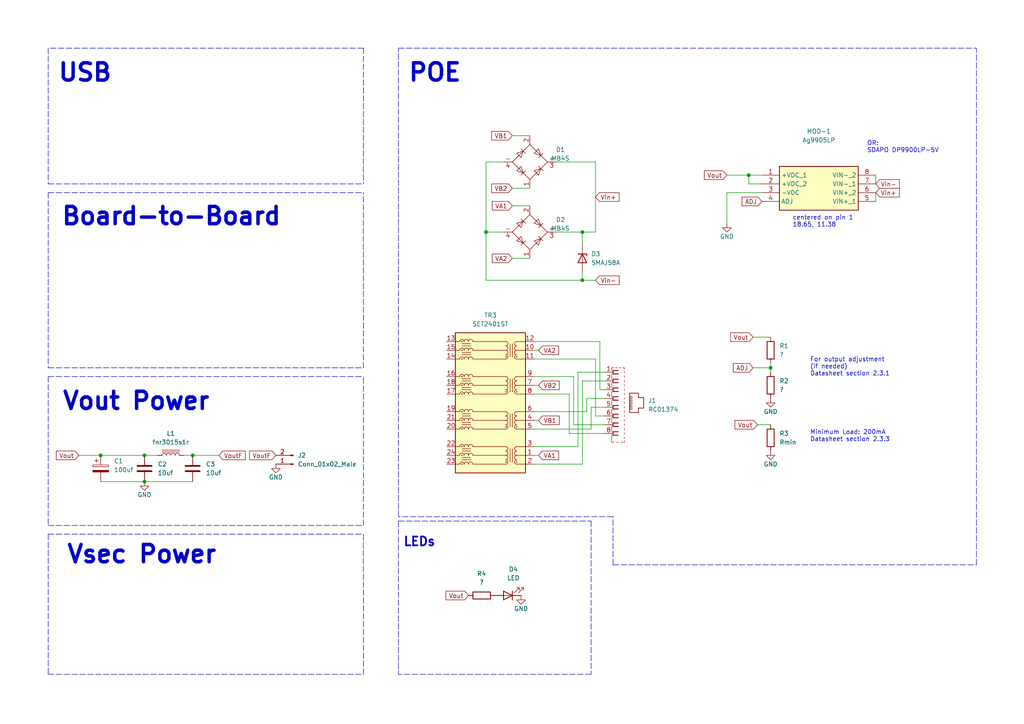
<source format=kicad_sch>
(kicad_sch (version 20211123) (generator eeschema)
  (paper "A4")
  (title_block (title "POE") (rev "1.0.0") (company "The Nerd Mage") (comment 2 "With help from Austins_Creations"))
  (lib_symbols
    (symbol "Ag9912LP:Ag9912LP"
      (property "Value" "Ag9912LP" (at 0 0 0))
      (property "Reference_1" "IC" (at 29.21 7.62 0))
      (property "Value_1" "Ag9912LP" (at 29.21 5.08 0))
      (symbol "Ag9912LP_1_1"
        (rectangle (start 5.08 2.54) (end 27.94 -10.16) (stroke (width 0.254)) (fill (type background)))
        (pin passive line (at 0 0 0) (length 5.08) (name "+VDC_1") (number "1"))
        (pin passive line (at 0 -2.54 0) (length 5.08) (name "+VDC_2") (number "2"))
        (pin passive line (at 0 -5.08 0) (length 5.08) (name "-VDC") (number "3"))
        (pin passive line (at 0 -7.62 0) (length 5.08) (name "ADJ") (number "4"))
        (pin passive line (at 33.02 -7.62 180) (length 5.08) (name "VIN+_1") (number "5"))
        (pin passive line (at 33.02 -5.08 180) (length 5.08) (name "VIN+_2") (number "6"))
        (pin passive line (at 33.02 -2.54 180) (length 5.08) (name "VIN-_1") (number "7"))
        (pin passive line (at 33.02 0 180) (length 5.08) (name "VIN-_2") (number "8"))
      )
    )
    (symbol "Austins creations:RC01374"
      (property "Reference" "RJ45" (at 5.08 8.89 0))
      (property "Value" "RC01374" (at 6.35 6.35 0))
      (property "part #" "C385834" (at 6.35 3.81 0))
      (symbol "RC01374_1_0"
        (polyline (pts (xy -2.921 -11.43) (xy -2.286 -11.43)) (stroke (width 0.127)))
        (polyline (pts (xy -2.921 -9.398) (xy -2.921 -11.43)) (stroke (width 0.127)))
        (polyline (pts (xy -2.921 -6.858) (xy -2.921 -8.382)) (stroke (width 0.127)))
        (polyline (pts (xy -2.921 -4.318) (xy -2.921 -5.842)) (stroke (width 0.127)))
        (polyline (pts (xy -2.921 -1.778) (xy -2.921 -3.302)) (stroke (width 0.127)))
        (polyline (pts (xy -2.921 0.762) (xy -2.921 -0.762)) (stroke (width 0.127)))
        (polyline (pts (xy -2.921 3.302) (xy -2.921 1.778)) (stroke (width 0.127)))
        (polyline (pts (xy -2.921 5.842) (xy -2.921 4.318)) (stroke (width 0.127)))
        (polyline (pts (xy -2.921 8.382) (xy -2.921 6.858)) (stroke (width 0.127)))
        (polyline (pts (xy -2.921 10.16) (xy -2.921 9.398)) (stroke (width 0.127)))
        (polyline (pts (xy -2.54 -9.398) (xy -1.016 -9.398)) (stroke (width 0.254)))
        (polyline (pts (xy -2.54 -8.382) (xy -2.54 -9.398)) (stroke (width 0.254)))
        (polyline (pts (xy -2.54 -6.858) (xy -1.016 -6.858)) (stroke (width 0.254)))
        (polyline (pts (xy -2.54 -5.842) (xy -2.54 -6.858)) (stroke (width 0.254)))
        (polyline (pts (xy -2.54 -4.318) (xy -1.016 -4.318)) (stroke (width 0.254)))
        (polyline (pts (xy -2.54 -3.302) (xy -2.54 -4.318)) (stroke (width 0.254)))
        (polyline (pts (xy -2.54 -1.778) (xy -1.016 -1.778)) (stroke (width 0.254)))
        (polyline (pts (xy -2.54 -0.762) (xy -2.54 -1.778)) (stroke (width 0.254)))
        (polyline (pts (xy -2.54 0.762) (xy -1.016 0.762)) (stroke (width 0.254)))
        (polyline (pts (xy -2.54 1.778) (xy -2.54 0.762)) (stroke (width 0.254)))
        (polyline (pts (xy -2.54 3.302) (xy -1.016 3.302)) (stroke (width 0.254)))
        (polyline (pts (xy -2.54 4.318) (xy -2.54 3.302)) (stroke (width 0.254)))
        (polyline (pts (xy -2.54 5.842) (xy -1.016 5.842)) (stroke (width 0.254)))
        (polyline (pts (xy -2.54 6.858) (xy -2.54 5.842)) (stroke (width 0.254)))
        (polyline (pts (xy -2.54 8.382) (xy -1.016 8.382)) (stroke (width 0.254)))
        (polyline (pts (xy -2.54 9.398) (xy -2.54 8.382)) (stroke (width 0.254)))
        (polyline (pts (xy -2.286 10.16) (xy -2.921 10.16)) (stroke (width 0.127)))
        (polyline (pts (xy -1.524 -11.43) (xy -1.016 -11.43)) (stroke (width 0.127)))
        (polyline (pts (xy -1.27 10.16) (xy -1.778 10.16)) (stroke (width 0.127)))
        (polyline (pts (xy -1.016 -8.382) (xy -2.54 -8.382)) (stroke (width 0.254)))
        (polyline (pts (xy -1.016 -5.842) (xy -2.54 -5.842)) (stroke (width 0.254)))
        (polyline (pts (xy -1.016 -3.302) (xy -2.54 -3.302)) (stroke (width 0.254)))
        (polyline (pts (xy -1.016 -0.762) (xy -2.54 -0.762)) (stroke (width 0.254)))
        (polyline (pts (xy -1.016 1.778) (xy -2.54 1.778)) (stroke (width 0.254)))
        (polyline (pts (xy -1.016 4.318) (xy -2.54 4.318)) (stroke (width 0.254)))
        (polyline (pts (xy -1.016 6.858) (xy -2.54 6.858)) (stroke (width 0.254)))
        (polyline (pts (xy -1.016 9.398) (xy -2.54 9.398)) (stroke (width 0.254)))
        (polyline (pts (xy -0.254 -11.43) (xy 0.254 -11.43)) (stroke (width 0.127)))
        (polyline (pts (xy -0.254 10.16) (xy -0.762 10.16)) (stroke (width 0.127)))
        (polyline (pts (xy 0.508 -11.43) (xy 0.762 -11.43)) (stroke (width 0.127)))
        (polyline (pts (xy 0.762 -11.43) (xy 0.762 -10.922)) (stroke (width 0.127)))
        (polyline (pts (xy 0.762 -10.414) (xy 0.762 -9.906)) (stroke (width 0.127)))
        (polyline (pts (xy 0.762 -9.144) (xy 0.762 -8.636)) (stroke (width 0.127)))
        (polyline (pts (xy 0.762 -7.874) (xy 0.762 -7.366)) (stroke (width 0.127)))
        (polyline (pts (xy 0.762 -6.604) (xy 0.762 -6.096)) (stroke (width 0.127)))
        (polyline (pts (xy 0.762 -5.334) (xy 0.762 -4.826)) (stroke (width 0.127)))
        (polyline (pts (xy 0.762 -4.064) (xy 0.762 -3.556)) (stroke (width 0.127)))
        (polyline (pts (xy 0.762 -2.794) (xy 0.762 -2.286)) (stroke (width 0.127)))
        (polyline (pts (xy 0.762 -1.524) (xy 0.762 -1.016)) (stroke (width 0.127)))
        (polyline (pts (xy 0.762 -0.254) (xy 0.762 0.254)) (stroke (width 0.127)))
        (polyline (pts (xy 0.762 1.016) (xy 0.762 1.524)) (stroke (width 0.127)))
        (polyline (pts (xy 0.762 2.286) (xy 0.762 2.794)) (stroke (width 0.127)))
        (polyline (pts (xy 0.762 3.556) (xy 0.762 4.064)) (stroke (width 0.127)))
        (polyline (pts (xy 0.762 4.826) (xy 0.762 5.334)) (stroke (width 0.127)))
        (polyline (pts (xy 0.762 6.096) (xy 0.762 6.604)) (stroke (width 0.127)))
        (polyline (pts (xy 0.762 7.366) (xy 0.762 7.874)) (stroke (width 0.127)))
        (polyline (pts (xy 0.762 8.636) (xy 0.762 9.144)) (stroke (width 0.127)))
        (polyline (pts (xy 0.762 9.652) (xy 0.762 10.16)) (stroke (width 0.127)))
        (polyline (pts (xy 0.762 10.16) (xy 0.254 10.16)) (stroke (width 0.127)))
        (polyline (pts (xy 2.286 -2.794) (xy 4.826 -2.794)) (stroke (width 0.1998)))
        (polyline (pts (xy 2.286 -1.778) (xy 2.286 -2.794)) (stroke (width 0.1998)))
        (polyline (pts (xy 2.286 -1.778) (xy 3.048 -1.778)) (stroke (width 0.1998)))
        (polyline (pts (xy 2.286 -1.27) (xy 2.286 -1.778)) (stroke (width 0.1998)))
        (polyline (pts (xy 2.286 -1.27) (xy 3.048 -1.27)) (stroke (width 0.1998)))
        (polyline (pts (xy 2.286 -0.762) (xy 2.286 -1.27)) (stroke (width 0.1998)))
        (polyline (pts (xy 2.286 -0.762) (xy 3.048 -0.762)) (stroke (width 0.1998)))
        (polyline (pts (xy 2.286 -0.254) (xy 2.286 -0.762)) (stroke (width 0.1998)))
        (polyline (pts (xy 2.286 -0.254) (xy 3.048 -0.254)) (stroke (width 0.1998)))
        (polyline (pts (xy 2.286 0.254) (xy 2.286 -0.254)) (stroke (width 0.1998)))
        (polyline (pts (xy 2.286 0.254) (xy 3.048 0.254)) (stroke (width 0.1998)))
        (polyline (pts (xy 2.286 0.762) (xy 2.286 0.254)) (stroke (width 0.1998)))
        (polyline (pts (xy 2.286 0.762) (xy 3.048 0.762)) (stroke (width 0.1998)))
        (polyline (pts (xy 2.286 1.27) (xy 2.286 0.762)) (stroke (width 0.1998)))
        (polyline (pts (xy 2.286 1.27) (xy 3.048 1.27)) (stroke (width 0.1998)))
        (polyline (pts (xy 2.286 1.778) (xy 2.286 1.27)) (stroke (width 0.1998)))
        (polyline (pts (xy 2.286 1.778) (xy 3.048 1.778)) (stroke (width 0.1998)))
        (polyline (pts (xy 2.286 2.794) (xy 2.286 1.778)) (stroke (width 0.1998)))
        (polyline (pts (xy 4.826 -2.794) (xy 4.826 -1.524)) (stroke (width 0.1998)))
        (polyline (pts (xy 4.826 -1.524) (xy 6.35 -1.524)) (stroke (width 0.1998)))
        (polyline (pts (xy 4.826 1.524) (xy 4.826 2.794)) (stroke (width 0.1998)))
        (polyline (pts (xy 4.826 2.794) (xy 2.286 2.794)) (stroke (width 0.1998)))
        (polyline (pts (xy 6.35 -1.524) (xy 6.35 1.524)) (stroke (width 0.1998)))
        (polyline (pts (xy 6.35 1.524) (xy 4.826 1.524)) (stroke (width 0.1998)))
        (pin passive line (at -5.08 8.89 0) (length 2.54) (name "1") (number "1"))
        (pin passive line (at -5.08 6.35 0) (length 2.54) (name "2") (number "2"))
        (pin passive line (at -5.08 3.81 0) (length 2.54) (name "3") (number "3"))
        (pin passive line (at -5.08 1.27 0) (length 2.54) (name "4") (number "4"))
        (pin passive line (at -5.08 -1.27 0) (length 2.54) (name "5") (number "5"))
        (pin passive line (at -5.08 -3.81 0) (length 2.54) (name "6") (number "6"))
        (pin passive line (at -5.08 -6.35 0) (length 2.54) (name "7") (number "7"))
        (pin passive line (at -5.08 -8.89 0) (length 2.54) (name "8") (number "8"))
      )
    )
    (symbol "Connector:Conn_01x02_Male" (pin_names (offset 1.016) hide)
      (property "Reference" "J" (at 0 2.54 0))
      (property "Value" "Conn_01x02_Male" (at 0 -5.08 0))
      (symbol "Conn_01x02_Male_1_1"
        (polyline (pts (xy 1.27 -2.54) (xy 0.8636 -2.54)) (stroke (width 0.1524)))
        (polyline (pts (xy 1.27 0) (xy 0.8636 0)) (stroke (width 0.1524)))
        (rectangle (start 0.8636 -2.413) (end 0 -2.667) (stroke (width 0.1524)) (fill (type outline)))
        (rectangle (start 0.8636 0.127) (end 0 -0.127) (stroke (width 0.1524)) (fill (type outline)))
        (pin passive line (at 5.08 0 180) (length 3.81) (name "Pin_1") (number "1"))
        (pin passive line (at 5.08 -2.54 180) (length 3.81) (name "Pin_2") (number "2"))
      )
    )
    (symbol "Device:C" (pin_numbers hide) (pin_names (offset 0.254))
      (property "Reference" "C" (at 0.635 2.54 0))
      (property "Value" "C" (at 0.635 -2.54 0))
      (symbol "C_0_1"
        (polyline (pts (xy -2.032 -0.762) (xy 2.032 -0.762)) (stroke (width 0.508)))
        (polyline (pts (xy -2.032 0.762) (xy 2.032 0.762)) (stroke (width 0.508)))
      )
      (symbol "C_1_1"
        (pin passive line (at 0 3.81 270) (length 2.794) (name "~") (number "1"))
        (pin passive line (at 0 -3.81 90) (length 2.794) (name "~") (number "2"))
      )
    )
    (symbol "Device:C_Polarized" (pin_numbers hide) (pin_names (offset 0.254))
      (property "Reference" "C" (at 0.635 2.54 0))
      (property "Value" "C_Polarized" (at 0.635 -2.54 0))
      (symbol "C_Polarized_0_1"
        (rectangle (start -2.286 0.508) (end 2.286 1.016))
        (polyline (pts (xy -1.778 2.286) (xy -0.762 2.286)))
        (polyline (pts (xy -1.27 2.794) (xy -1.27 1.778)))
        (rectangle (start 2.286 -0.508) (end -2.286 -1.016) (fill (type outline)))
      )
      (symbol "C_Polarized_1_1"
        (pin passive line (at 0 3.81 270) (length 2.794) (name "~") (number "1"))
        (pin passive line (at 0 -3.81 90) (length 2.794) (name "~") (number "2"))
      )
    )
    (symbol "Device:LED" (pin_numbers hide) (pin_names (offset 1.016) hide)
      (property "Reference" "D" (at 0 2.54 0))
      (property "Value" "LED" (at 0 -2.54 0))
      (symbol "LED_0_1"
        (polyline (pts (xy -1.27 -1.27) (xy -1.27 1.27)) (stroke (width 0.254)))
        (polyline (pts (xy -1.27 0) (xy 1.27 0)))
        (polyline (pts (xy 1.27 -1.27) (xy 1.27 1.27) (xy -1.27 0) (xy 1.27 -1.27)) (stroke (width 0.254)))
        (polyline (pts (xy -3.048 -0.762) (xy -4.572 -2.286) (xy -3.81 -2.286) (xy -4.572 -2.286) (xy -4.572 -1.524)))
        (polyline (pts (xy -1.778 -0.762) (xy -3.302 -2.286) (xy -2.54 -2.286) (xy -3.302 -2.286) (xy -3.302 -1.524)))
      )
      (symbol "LED_1_1"
        (pin passive line (at -3.81 0 0) (length 2.54) (name "K") (number "1"))
        (pin passive line (at 3.81 0 180) (length 2.54) (name "A") (number "2"))
      )
    )
    (symbol "Device:L_Iron" (pin_numbers hide) (pin_names (offset 1.016) hide)
      (property "Reference" "L" (at -1.27 0 90))
      (property "Value" "L_Iron" (at 2.794 0 90))
      (symbol "L_Iron_0_1"
        (arc (start 0 -2.54) (mid 0.635 -1.905) (end 0 -1.27))
        (arc (start 0 -1.27) (mid 0.635 -0.635) (end 0 0))
        (polyline (pts (xy 1.016 2.54) (xy 1.016 -2.54)))
        (polyline (pts (xy 1.524 -2.54) (xy 1.524 2.54)))
        (arc (start 0 0) (mid 0.635 0.635) (end 0 1.27))
        (arc (start 0 1.27) (mid 0.635 1.905) (end 0 2.54))
      )
      (symbol "L_Iron_1_1"
        (pin passive line (at 0 3.81 270) (length 1.27) (name "1") (number "1"))
        (pin passive line (at 0 -3.81 90) (length 1.27) (name "2") (number "2"))
      )
    )
    (symbol "Device:R" (pin_numbers hide) (pin_names (offset 0))
      (property "Reference" "R" (at 2.032 0 90))
      (property "Value" "R" (at 0 0 90))
      (symbol "R_0_1"
        (rectangle (start -1.016 -2.54) (end 1.016 2.54) (stroke (width 0.254)))
      )
      (symbol "R_1_1"
        (pin passive line (at 0 3.81 270) (length 1.27) (name "~") (number "1"))
        (pin passive line (at 0 -3.81 90) (length 1.27) (name "~") (number "2"))
      )
    )
    (symbol "Diode:Z1SMAxxx" (pin_numbers hide) (pin_names hide)
      (property "Reference" "D" (at 0 2.54 0))
      (property "Value" "Z1SMAxxx" (at 0 -2.54 0))
      (symbol "Z1SMAxxx_0_1"
        (polyline (pts (xy 1.27 0) (xy -1.27 0)))
        (polyline (pts (xy -1.27 -1.27) (xy -1.27 1.27) (xy -0.762 1.27)) (stroke (width 0.254)))
        (polyline (pts (xy 1.27 -1.27) (xy 1.27 1.27) (xy -1.27 0) (xy 1.27 -1.27)) (stroke (width 0.254)))
      )
      (symbol "Z1SMAxxx_1_1"
        (pin passive line (at -3.81 0 0) (length 2.54) (name "K") (number "1"))
        (pin passive line (at 3.81 0 180) (length 2.54) (name "A") (number "2"))
      )
    )
    (symbol "Diode_Bridge:MB4S" (pin_names (offset 0))
      (property "Reference" "D" (at 2.54 6.985 0))
      (property "Value" "MB4S" (at 2.54 5.08 0))
      (symbol "MB4S_0_1"
        (polyline (pts (xy -2.54 3.81) (xy -1.27 2.54)))
        (polyline (pts (xy -1.27 -2.54) (xy -2.54 -3.81)))
        (polyline (pts (xy 2.54 -1.27) (xy 3.81 -2.54)))
        (polyline (pts (xy 2.54 1.27) (xy 3.81 2.54)))
        (polyline (pts (xy -3.81 2.54) (xy -2.54 1.27) (xy -1.905 3.175) (xy -3.81 2.54)))
        (polyline (pts (xy -2.54 -1.27) (xy -3.81 -2.54) (xy -1.905 -3.175) (xy -2.54 -1.27)))
        (polyline (pts (xy 1.27 2.54) (xy 2.54 3.81) (xy 3.175 1.905) (xy 1.27 2.54)))
        (polyline (pts (xy 3.175 -1.905) (xy 1.27 -2.54) (xy 2.54 -3.81) (xy 3.175 -1.905)))
        (polyline (pts (xy -5.08 0) (xy 0 -5.08) (xy 5.08 0) (xy 0 5.08) (xy -5.08 0)))
      )
      (symbol "MB4S_1_1"
        (pin passive line (at 0 -7.62 90) (length 2.54) (name "~") (number "1"))
        (pin passive line (at 0 7.62 270) (length 2.54) (name "~") (number "2"))
        (pin passive line (at 7.62 0 180) (length 2.54) (name "+") (number "3"))
        (pin passive line (at -7.62 0 0) (length 2.54) (name "-") (number "4"))
      )
    )
    (symbol "Transformer:TG111-MSC13LF" (pin_names hide)
      (property "Reference" "TR" (at -7.62 21.59 0))
      (property "Value" "TG111-MSC13LF" (at 8.89 21.59 0))
      (symbol "TG111-MSC13LF_0_1"
        (polyline (pts (xy 10.16 -17.78) (xy 8.89 -17.78)))
        (polyline (pts (xy 10.16 -15.24) (xy 8.89 -15.24)))
        (polyline (pts (xy 10.16 -12.7) (xy 8.89 -12.7)))
        (rectangle (start 10.16 20.32) (end -10.16 -20.32) (stroke (width 0.254)) (fill (type background)))
        (pin passive line (at 12.7 -15.24 180) (length 2.54) (name "TCT1") (number "1"))
        (pin passive line (at 12.7 15.24 180) (length 2.54) (name "TCT4") (number "10"))
        (pin passive line (at 12.7 12.7 180) (length 2.54) (name "TD4+") (number "11"))
        (pin passive line (at 12.7 17.78 180) (length 2.54) (name "TD4-") (number "12"))
        (pin passive line (at -12.7 17.78 0) (length 2.54) (name "MX4-") (number "13"))
        (pin passive line (at -12.7 12.7 0) (length 2.54) (name "MX4+") (number "14"))
        (pin passive line (at -12.7 15.24 0) (length 2.54) (name "MCT4") (number "15"))
        (pin passive line (at -12.7 7.62 0) (length 2.54) (name "MTX3-") (number "16"))
        (pin passive line (at -12.7 2.54 0) (length 2.54) (name "MTX3+") (number "17"))
        (pin passive line (at -12.7 5.08 0) (length 2.54) (name "MCT3") (number "18"))
        (pin passive line (at -12.7 -2.54 0) (length 2.54) (name "MTX2-") (number "19"))
        (pin passive line (at 12.7 -17.78 180) (length 2.54) (name "TD1+") (number "2"))
        (pin passive line (at -12.7 -7.62 0) (length 2.54) (name "MTX2+") (number "20"))
        (pin passive line (at -12.7 -5.08 0) (length 2.54) (name "MCT2") (number "21"))
        (pin passive line (at -12.7 -12.7 0) (length 2.54) (name "MTX1-") (number "22"))
        (pin passive line (at -12.7 -17.78 0) (length 2.54) (name "MTX1+") (number "23"))
        (pin passive line (at -12.7 -15.24 0) (length 2.54) (name "MTC1") (number "24"))
        (pin passive line (at 12.7 -12.7 180) (length 2.54) (name "TD1-") (number "3"))
        (pin passive line (at 12.7 -5.08 180) (length 2.54) (name "TCT2") (number "4"))
        (pin passive line (at 12.7 -7.62 180) (length 2.54) (name "TD2+") (number "5"))
        (pin passive line (at 12.7 -2.54 180) (length 2.54) (name "TD2-") (number "6"))
        (pin passive line (at 12.7 5.08 180) (length 2.54) (name "TCT3") (number "7"))
        (pin passive line (at 12.7 2.54 180) (length 2.54) (name "TD3+") (number "8"))
        (pin passive line (at 12.7 7.62 180) (length 2.54) (name "TD3-") (number "9"))
      )
      (symbol "TG111-MSC13LF_1_1"
        (circle (center -8.255 -17.78) (radius 0.127))
        (circle (center -8.255 -15.24) (radius 0.127))
        (circle (center -8.255 -12.7) (radius 0.127))
        (circle (center -8.255 -7.62) (radius 0.127))
        (circle (center -8.255 -5.08) (radius 0.127))
        (circle (center -8.255 -2.54) (radius 0.127))
        (circle (center -8.255 2.54) (radius 0.127))
        (circle (center -8.255 5.08) (radius 0.127))
        (circle (center -8.255 7.62) (radius 0.127))
        (circle (center -8.255 12.7) (radius 0.127))
        (circle (center -8.255 15.24) (radius 0.127))
        (circle (center -8.255 17.78) (radius 0.127))
        (arc (start -7.62 -17.78) (mid -8.255 -17.145) (end -8.89 -17.78))
        (arc (start -7.62 -15.24) (mid -8.255 -14.605) (end -8.89 -15.24))
        (arc (start -7.62 -12.7) (mid -8.255 -12.065) (end -8.89 -12.7))
        (arc (start -7.62 -7.62) (mid -8.255 -6.985) (end -8.89 -7.62))
        (arc (start -7.62 -5.08) (mid -8.255 -4.445) (end -8.89 -5.08))
        (arc (start -7.62 -2.54) (mid -8.255 -1.905) (end -8.89 -2.54))
        (arc (start -7.62 2.54) (mid -8.255 3.175) (end -8.89 2.54))
        (arc (start -7.62 5.08) (mid -8.255 5.715) (end -8.89 5.08))
        (arc (start -7.62 7.62) (mid -8.255 8.255) (end -8.89 7.62))
        (arc (start -7.62 12.7) (mid -8.255 13.335) (end -8.89 12.7))
        (arc (start -7.62 15.24) (mid -8.255 15.875) (end -8.89 15.24))
        (arc (start -7.62 17.78) (mid -8.255 18.415) (end -8.89 17.78))
        (arc (start -6.35 -17.78) (mid -6.985 -17.145) (end -7.62 -17.78))
        (arc (start -6.35 -15.24) (mid -6.985 -14.605) (end -7.62 -15.24))
        (arc (start -6.35 -12.7) (mid -6.985 -12.065) (end -7.62 -12.7))
        (arc (start -6.35 -7.62) (mid -6.985 -6.985) (end -7.62 -7.62))
        (arc (start -6.35 -5.08) (mid -6.985 -4.445) (end -7.62 -5.08))
        (arc (start -6.35 -2.54) (mid -6.985 -1.905) (end -7.62 -2.54))
        (arc (start -6.35 2.54) (mid -6.985 3.175) (end -7.62 2.54))
        (arc (start -6.35 5.08) (mid -6.985 5.715) (end -7.62 5.08))
        (arc (start -6.35 7.62) (mid -6.985 8.255) (end -7.62 7.62))
        (arc (start -6.35 12.7) (mid -6.985 13.335) (end -7.62 12.7))
        (arc (start -6.35 15.24) (mid -6.985 15.875) (end -7.62 15.24))
        (arc (start -6.35 17.78) (mid -6.985 18.415) (end -7.62 17.78))
        (arc (start -5.08 -17.78) (mid -5.715 -17.145) (end -6.35 -17.78))
        (arc (start -5.08 -15.24) (mid -5.715 -14.605) (end -6.35 -15.24))
        (arc (start -5.08 -12.7) (mid -5.715 -12.065) (end -6.35 -12.7))
        (arc (start -5.08 -7.62) (mid -5.715 -6.985) (end -6.35 -7.62))
        (arc (start -5.08 -5.08) (mid -5.715 -4.445) (end -6.35 -5.08))
        (arc (start -5.08 -2.54) (mid -5.715 -1.905) (end -6.35 -2.54))
        (arc (start -5.08 2.54) (mid -5.715 3.175) (end -6.35 2.54))
        (arc (start -5.08 5.08) (mid -5.715 5.715) (end -6.35 5.08))
        (arc (start -5.08 7.62) (mid -5.715 8.255) (end -6.35 7.62))
        (arc (start -5.08 12.7) (mid -5.715 13.335) (end -6.35 12.7))
        (arc (start -5.08 15.24) (mid -5.715 15.875) (end -6.35 15.24))
        (arc (start -5.08 17.78) (mid -5.715 18.415) (end -6.35 17.78))
        (polyline (pts (xy -10.16 -17.78) (xy -8.89 -17.78)))
        (polyline (pts (xy -10.16 -15.24) (xy -8.89 -15.24)))
        (polyline (pts (xy -10.16 -12.7) (xy -8.89 -12.7)))
        (polyline (pts (xy -10.16 -7.62) (xy -8.89 -7.62)))
        (polyline (pts (xy -10.16 -5.08) (xy -8.89 -5.08)))
        (polyline (pts (xy -10.16 -2.54) (xy -8.89 -2.54)))
        (polyline (pts (xy -10.16 2.54) (xy -8.89 2.54)))
        (polyline (pts (xy -10.16 5.08) (xy -8.89 5.08)))
        (polyline (pts (xy -10.16 7.62) (xy -8.89 7.62)))
        (polyline (pts (xy -10.16 12.7) (xy -8.89 12.7)))
        (polyline (pts (xy -10.16 15.24) (xy -8.89 15.24)))
        (polyline (pts (xy -10.16 17.78) (xy -8.89 17.78)))
        (polyline (pts (xy -8.255 -16.51) (xy -5.715 -16.51)))
        (polyline (pts (xy -8.255 -15.875) (xy -5.715 -15.875)))
        (polyline (pts (xy -8.255 -13.97) (xy -5.715 -13.97)))
        (polyline (pts (xy -8.255 -13.335) (xy -5.715 -13.335)))
        (polyline (pts (xy -8.255 -6.35) (xy -5.715 -6.35)))
        (polyline (pts (xy -8.255 -5.715) (xy -5.715 -5.715)))
        (polyline (pts (xy -8.255 -3.81) (xy -5.715 -3.81)))
        (polyline (pts (xy -8.255 -3.175) (xy -5.715 -3.175)))
        (polyline (pts (xy -8.255 3.81) (xy -5.715 3.81)))
        (polyline (pts (xy -8.255 4.445) (xy -5.715 4.445)))
        (polyline (pts (xy -8.255 6.35) (xy -5.715 6.35)))
        (polyline (pts (xy -8.255 6.985) (xy -5.715 6.985)))
        (polyline (pts (xy -8.255 13.97) (xy -5.715 13.97)))
        (polyline (pts (xy -8.255 14.605) (xy -5.715 14.605)))
        (polyline (pts (xy -8.255 16.51) (xy -5.715 16.51)))
        (polyline (pts (xy -8.255 17.145) (xy -5.715 17.145)))
        (polyline (pts (xy -5.08 -17.78) (xy 4.445 -17.78)))
        (polyline (pts (xy -5.08 -15.24) (xy 4.445 -15.24)))
        (polyline (pts (xy -5.08 -12.7) (xy 4.445 -12.7)))
        (polyline (pts (xy -5.08 -7.62) (xy 4.445 -7.62)))
        (polyline (pts (xy -5.08 -5.08) (xy 4.445 -5.08)))
        (polyline (pts (xy -5.08 -2.54) (xy 4.445 -2.54)))
        (polyline (pts (xy -5.08 2.54) (xy 4.445 2.54)))
        (polyline (pts (xy -5.08 5.08) (xy 4.445 5.08)))
        (polyline (pts (xy -5.08 7.62) (xy 4.445 7.62)))
        (polyline (pts (xy -5.08 12.7) (xy 4.445 12.7)))
        (polyline (pts (xy -5.08 15.24) (xy 4.445 15.24)))
        (polyline (pts (xy -5.08 17.78) (xy 4.445 17.78)))
        (polyline (pts (xy 5.715 -13.335) (xy 5.715 -17.145)))
        (polyline (pts (xy 5.715 -3.175) (xy 5.715 -6.985)))
        (polyline (pts (xy 5.715 6.985) (xy 5.715 3.175)))
        (polyline (pts (xy 5.715 17.145) (xy 5.715 13.335)))
        (polyline (pts (xy 6.35 -13.335) (xy 6.35 -17.145)))
        (polyline (pts (xy 6.35 -3.175) (xy 6.35 -6.985)))
        (polyline (pts (xy 6.35 6.985) (xy 6.35 3.175)))
        (polyline (pts (xy 6.35 17.145) (xy 6.35 13.335)))
        (polyline (pts (xy 8.89 -17.78) (xy 7.62 -17.78)))
        (polyline (pts (xy 8.89 -15.24) (xy 7.62 -15.24)))
        (polyline (pts (xy 8.89 -12.7) (xy 7.62 -12.7)))
        (polyline (pts (xy 8.89 -7.62) (xy 7.62 -7.62)))
        (polyline (pts (xy 8.89 -5.08) (xy 7.62 -5.08)))
        (polyline (pts (xy 8.89 -2.54) (xy 7.62 -2.54)))
        (polyline (pts (xy 8.89 2.54) (xy 7.62 2.54)))
        (polyline (pts (xy 8.89 5.08) (xy 7.62 5.08)))
        (polyline (pts (xy 8.89 7.62) (xy 7.62 7.62)))
        (polyline (pts (xy 8.89 12.7) (xy 7.62 12.7)))
        (polyline (pts (xy 8.89 15.24) (xy 7.62 15.24)))
        (polyline (pts (xy 8.89 17.78) (xy 7.62 17.78)))
        (polyline (pts (xy 10.16 -7.62) (xy 8.89 -7.62)))
        (polyline (pts (xy 10.16 -5.08) (xy 8.89 -5.08)))
        (polyline (pts (xy 10.16 -2.54) (xy 8.89 -2.54)))
        (polyline (pts (xy 10.16 2.54) (xy 8.89 2.54)))
        (polyline (pts (xy 10.16 5.08) (xy 8.89 5.08)))
        (polyline (pts (xy 10.16 7.62) (xy 8.89 7.62)))
        (polyline (pts (xy 10.16 12.7) (xy 8.89 12.7)))
        (polyline (pts (xy 10.16 15.24) (xy 8.89 15.24)))
        (polyline (pts (xy 10.16 17.78) (xy 8.89 17.78)))
        (arc (start 4.445 -17.78) (mid 5.08 -17.145) (end 4.445 -16.51))
        (arc (start 4.445 -16.51) (mid 5.08 -15.875) (end 4.445 -15.24))
        (arc (start 4.445 -15.24) (mid 5.08 -14.605) (end 4.445 -13.97))
        (arc (start 4.445 -13.97) (mid 5.08 -13.335) (end 4.445 -12.7))
        (arc (start 4.445 -7.62) (mid 5.08 -6.985) (end 4.445 -6.35))
        (arc (start 4.445 -6.35) (mid 5.08 -5.715) (end 4.445 -5.08))
        (arc (start 4.445 -5.08) (mid 5.08 -4.445) (end 4.445 -3.81))
        (arc (start 4.445 -3.81) (mid 5.08 -3.175) (end 4.445 -2.54))
        (arc (start 4.445 2.54) (mid 5.08 3.175) (end 4.445 3.81))
        (arc (start 4.445 3.81) (mid 5.08 4.445) (end 4.445 5.08))
        (arc (start 4.445 5.08) (mid 5.08 5.715) (end 4.445 6.35))
        (arc (start 4.445 6.35) (mid 5.08 6.985) (end 4.445 7.62))
        (arc (start 4.445 12.7) (mid 5.08 13.335) (end 4.445 13.97))
        (arc (start 4.445 13.97) (mid 5.08 14.605) (end 4.445 15.24))
        (arc (start 4.445 15.24) (mid 5.08 15.875) (end 4.445 16.51))
        (arc (start 4.445 16.51) (mid 5.08 17.145) (end 4.445 17.78))
        (circle (center 4.572 -17.145) (radius 0.127))
        (circle (center 4.572 -6.985) (radius 0.127))
        (circle (center 4.572 3.175) (radius 0.127))
        (circle (center 4.572 13.335) (radius 0.127))
        (circle (center 7.62 -17.145) (radius 0.127))
        (arc (start 7.62 -16.51) (mid 6.985 -17.145) (end 7.62 -17.78))
        (arc (start 7.62 -15.24) (mid 6.985 -15.875) (end 7.62 -16.51))
        (arc (start 7.62 -13.97) (mid 6.985 -14.605) (end 7.62 -15.24))
        (arc (start 7.62 -12.7) (mid 6.985 -13.335) (end 7.62 -13.97))
        (circle (center 7.62 -6.985) (radius 0.127))
        (arc (start 7.62 -6.35) (mid 6.985 -6.985) (end 7.62 -7.62))
        (arc (start 7.62 -5.08) (mid 6.985 -5.715) (end 7.62 -6.35))
        (arc (start 7.62 -3.81) (mid 6.985 -4.445) (end 7.62 -5.08))
        (arc (start 7.62 -2.54) (mid 6.985 -3.175) (end 7.62 -3.81))
        (circle (center 7.62 3.175) (radius 0.127))
        (arc (start 7.62 3.81) (mid 6.985 3.175) (end 7.62 2.54))
        (arc (start 7.62 5.08) (mid 6.985 4.445) (end 7.62 3.81))
        (arc (start 7.62 6.35) (mid 6.985 5.715) (end 7.62 5.08))
        (arc (start 7.62 7.62) (mid 6.985 6.985) (end 7.62 6.35))
        (circle (center 7.62 13.335) (radius 0.127))
        (arc (start 7.62 13.97) (mid 6.985 13.335) (end 7.62 12.7))
        (arc (start 7.62 15.24) (mid 6.985 14.605) (end 7.62 13.97))
        (arc (start 7.62 16.51) (mid 6.985 15.875) (end 7.62 15.24))
        (arc (start 7.62 17.78) (mid 6.985 17.145) (end 7.62 16.51))
      )
    )
    (symbol "power:GND" (power) (pin_names (offset 0))
      (property "Value" "GND" (at 0 -3.81 0))
      (symbol "GND_0_1"
        (polyline (pts (xy 0 0) (xy 0 -1.27) (xy 1.27 -1.27) (xy 0 -2.54) (xy -1.27 -1.27) (xy 0 -1.27)))
      )
      (symbol "GND_1_1"
        (pin power_in line (at 0 0 270) (length 0) hide (name "GND") (number "1"))
      )
    )
  )
  (junction (at 55.88 132.08))
  (junction (at 41.91 139.7))
  (junction (at 41.91 132.08))
  (junction (at 168.91 67.31))
  (junction (at 140.97 67.31))
  (junction (at 29.21 132.08))
  (junction (at 223.52 106.68))
  (junction (at 217.17 50.8))
  (junction (at 168.91 81.28))
  (wire (pts (xy 218.44 106.68) (xy 223.52 106.68)))
  (wire (pts (xy 173.99 113.03) (xy 173.99 99.06)))
  (wire (pts (xy 168.91 81.28) (xy 140.97 81.28)))
  (wire (pts (xy 29.21 139.7) (xy 41.91 139.7)))
  (polyline (pts (xy 303.53 15.24) (xy 303.53 20.32)))
  (wire (pts (xy 165.1 114.3) (xy 154.94 114.3)))
  (wire (pts (xy 148.59 74.93) (xy 153.67 74.93)))
  (polyline (pts (xy 115.57 151.13) (xy 171.45 151.13)))
  (polyline (pts (xy 105.41 13.97) (xy 105.41 53.34)))
  (wire (pts (xy 254 50.8) (xy 254 53.34)))
  (wire (pts (xy 171.45 118.11) (xy 175.26 118.11)))
  (polyline (pts (xy 105.41 13.97) (xy 13.97 13.97)))
  (polyline (pts (xy 13.97 152.4) (xy 105.41 152.4)))
  (polyline (pts (xy 115.57 151.13) (xy 115.57 195.58)))
  (wire (pts (xy 219.71 123.19) (xy 223.52 123.19)))
  (wire (pts (xy 168.91 67.31) (xy 172.72 67.31)))
  (wire (pts (xy 53.34 132.08) (xy 55.88 132.08)))
  (wire (pts (xy 140.97 81.28) (xy 140.97 67.31)))
  (polyline (pts (xy 13.97 55.88) (xy 105.41 55.88)))
  (polyline (pts (xy 105.41 152.4) (xy 105.41 109.22)))
  (wire (pts (xy 166.37 123.19) (xy 175.26 123.19)))
  (wire (pts (xy 55.88 132.08) (xy 63.5 132.08)))
  (wire (pts (xy 148.59 39.37) (xy 153.67 39.37)))
  (wire (pts (xy 41.91 132.08) (xy 45.72 132.08)))
  (wire (pts (xy 166.37 109.22) (xy 166.37 123.19)))
  (wire (pts (xy 217.17 50.8) (xy 220.98 50.8)))
  (wire (pts (xy 29.21 132.08) (xy 41.91 132.08)))
  (polyline (pts (xy 13.97 154.94) (xy 105.41 154.94)))
  (wire (pts (xy 218.44 97.79) (xy 223.52 97.79)))
  (wire (pts (xy 223.52 105.41) (xy 223.52 106.68)))
  (wire (pts (xy 154.94 109.22) (xy 166.37 109.22)))
  (wire (pts (xy 168.91 134.62) (xy 154.94 134.62)))
  (polyline (pts (xy 13.97 109.22) (xy 13.97 152.4)))
  (wire (pts (xy 210.82 50.8) (xy 217.17 50.8)))
  (wire (pts (xy 172.72 120.65) (xy 172.72 104.14)))
  (polyline (pts (xy 171.45 195.58) (xy 115.57 195.58)))
  (wire (pts (xy 140.97 67.31) (xy 140.97 46.99)))
  (wire (pts (xy 170.18 115.57) (xy 175.26 115.57)))
  (wire (pts (xy 154.94 124.46) (xy 171.45 124.46)))
  (polyline (pts (xy 13.97 195.58) (xy 105.41 195.58)))
  (wire (pts (xy 172.72 81.28) (xy 168.91 81.28)))
  (polyline (pts (xy 13.97 53.34) (xy 105.41 53.34)))
  (wire (pts (xy 156.21 101.6) (xy 154.94 101.6)))
  (wire (pts (xy 223.52 106.68) (xy 223.52 107.95)))
  (wire (pts (xy 220.98 53.34) (xy 217.17 53.34)))
  (wire (pts (xy 217.17 53.34) (xy 217.17 50.8)))
  (polyline (pts (xy 115.57 149.86) (xy 115.57 13.97)))
  (polyline (pts (xy 105.41 195.58) (xy 105.41 154.94)))
  (wire (pts (xy 210.82 55.88) (xy 210.82 64.77)))
  (wire (pts (xy 156.21 132.08) (xy 154.94 132.08)))
  (polyline (pts (xy 13.97 154.94) (xy 13.97 195.58)))
  (polyline (pts (xy 115.57 13.97) (xy 283.21 13.97)))
  (wire (pts (xy 156.21 111.76) (xy 154.94 111.76)))
  (wire (pts (xy 171.45 118.11) (xy 171.45 124.46)))
  (polyline (pts (xy 177.8 149.86) (xy 115.57 149.86)))
  (polyline (pts (xy 13.97 13.97) (xy 13.97 53.34)))
  (wire (pts (xy 22.86 132.08) (xy 29.21 132.08)))
  (wire (pts (xy 154.94 104.14) (xy 172.72 104.14)))
  (wire (pts (xy 175.26 125.73) (xy 165.1 125.73)))
  (wire (pts (xy 161.29 67.31) (xy 168.91 67.31)))
  (wire (pts (xy 140.97 46.99) (xy 146.05 46.99)))
  (wire (pts (xy 167.64 129.54) (xy 154.94 129.54)))
  (polyline (pts (xy 177.8 163.83) (xy 177.8 149.86)))
  (wire (pts (xy 41.91 139.7) (xy 55.88 139.7)))
  (wire (pts (xy 170.18 115.57) (xy 170.18 119.38)))
  (wire (pts (xy 165.1 114.3) (xy 165.1 125.73)))
  (wire (pts (xy 167.64 107.95) (xy 167.64 129.54)))
  (polyline (pts (xy 13.97 106.68) (xy 105.41 106.68)))
  (wire (pts (xy 172.72 46.99) (xy 172.72 67.31)))
  (wire (pts (xy 175.26 113.03) (xy 173.99 113.03)))
  (wire (pts (xy 161.29 46.99) (xy 172.72 46.99)))
  (wire (pts (xy 148.59 59.69) (xy 153.67 59.69)))
  (wire (pts (xy 220.98 55.88) (xy 210.82 55.88)))
  (wire (pts (xy 156.21 121.92) (xy 154.94 121.92)))
  (wire (pts (xy 175.26 120.65) (xy 172.72 120.65)))
  (polyline (pts (xy 177.8 163.83) (xy 283.21 163.83)))
  (wire (pts (xy 154.94 119.38) (xy 170.18 119.38)))
  (polyline (pts (xy 13.97 55.88) (xy 13.97 106.68)))
  (wire (pts (xy 167.64 107.95) (xy 175.26 107.95)))
  (polyline (pts (xy 171.45 151.13) (xy 171.45 195.58)))
  (wire (pts (xy 148.59 54.61) (xy 153.67 54.61)))
  (wire (pts (xy 140.97 67.31) (xy 146.05 67.31)))
  (wire (pts (xy 168.91 110.49) (xy 168.91 134.62)))
  (wire (pts (xy 168.91 78.74) (xy 168.91 81.28)))
  (polyline (pts (xy 283.21 163.83) (xy 283.21 13.97)))
  (polyline (pts (xy 13.97 109.22) (xy 105.41 109.22)))
  (polyline (pts (xy 105.41 106.68) (xy 105.41 55.88)))
  (wire (pts (xy 168.91 67.31) (xy 168.91 71.12)))
  (wire (pts (xy 254 55.88) (xy 254 58.42)))
  (wire (pts (xy 154.94 99.06) (xy 173.99 99.06)))
  (wire (pts (xy 168.91 110.49) (xy 175.26 110.49)))
  (text "Vsec Power" (at 19.05 163.83 0) (effects (font (size 5 5) (thickness 1) bold) (justify left bottom)))
  (text "Vout Power" (at 17.78 119.38 0) (effects (font (size 5 5) (thickness 1) bold) (justify left bottom)))
  (text "OR:\nSDAPO DP9900LP-5V" (at 251.46 44.45 0) (effects (font (size 1.27 1.27)) (justify left bottom)))
  (text "USB" (at 16.51 24.13 0) (effects (font (size 5 5) (thickness 1) bold) (justify left bottom)))
  (text "centered on pin 1\n18.65, 11.38\n" (at 229.87 66.04 0) (effects (font (size 1.27 1.27)) (justify left bottom)))
  (text "Board-to-Board" (at 17.5078 65.7825 0) (effects (font (size 5 5) (thickness 1) bold) (justify left bottom)))
  (text "For output adjustment\n(if needed)\nDatasheet section 2.3.1" (at 234.95 109.22 0) (effects (font (size 1.27 1.27)) (justify left bottom)))
  (text "POE" (at 118.11 24.13 0) (effects (font (size 5 5) (thickness 1) bold) (justify left bottom)))
  (text "Minimum Load: 200mA\nDatasheet section 2.3.3" (at 234.95 128.27 0) (effects (font (size 1.27 1.27)) (justify left bottom)))
  (text "LEDs" (at 116.84 158.75 180) (effects (font (size 2.54 2.54) (thickness 0.508) bold) (justify left bottom)))
  (global_label "Vin-" (shape input) (at 254 53.34 0) (property "Intersheet References" "${INTERSHEET_REFS}" (effects hide)))
  (global_label "Vout" (shape input) (at 210.82 50.8 180) (property "Intersheet References" "${INTERSHEET_REFS}" (effects hide)))
  (global_label "VB2" (shape input) (at 156.21 111.76 0) (property "Intersheet References" "${INTERSHEET_REFS}" (effects hide)))
  (global_label "VB1" (shape input) (at 156.21 121.92 0) (property "Intersheet References" "${INTERSHEET_REFS}" (effects hide)))
  (global_label "VoutF" (shape input) (at 80.01 132.08 180) (property "Intersheet References" "${INTERSHEET_REFS}" (effects hide)))
  (global_label "VA2" (shape input) (at 156.21 101.6 0) (property "Intersheet References" "${INTERSHEET_REFS}" (effects hide)))
  (global_label "ADJ" (shape input) (at 220.98 58.42 180) (property "Intersheet References" "${INTERSHEET_REFS}" (effects hide)))
  (global_label "VB1" (shape input) (at 148.59 39.37 180) (property "Intersheet References" "${INTERSHEET_REFS}" (effects hide)))
  (global_label "Vout" (shape input) (at 219.71 123.19 180) (property "Intersheet References" "${INTERSHEET_REFS}" (effects hide)))
  (global_label "ADJ" (shape input) (at 218.44 106.68 180) (property "Intersheet References" "${INTERSHEET_REFS}" (effects hide)))
  (global_label "Vin+" (shape input) (at 254 55.88 0) (property "Intersheet References" "${INTERSHEET_REFS}" (effects hide)))
  (global_label "VA1" (shape input) (at 148.59 59.69 180) (property "Intersheet References" "${INTERSHEET_REFS}" (effects hide)))
  (global_label "VA1" (shape input) (at 156.21 132.08 0) (property "Intersheet References" "${INTERSHEET_REFS}" (effects hide)))
  (global_label "Vout" (shape input) (at 22.86 132.08 180) (property "Intersheet References" "${INTERSHEET_REFS}" (effects hide)))
  (global_label "Vout" (shape input) (at 135.89 172.72 180) (property "Intersheet References" "${INTERSHEET_REFS}" (effects hide)))
  (global_label "Vin+" (shape input) (at 172.72 57.15 0) (property "Intersheet References" "${INTERSHEET_REFS}" (effects hide)))
  (global_label "Vout" (shape input) (at 218.44 97.79 180) (property "Intersheet References" "${INTERSHEET_REFS}" (effects hide)))
  (global_label "Vin-" (shape input) (at 172.72 81.28 0) (property "Intersheet References" "${INTERSHEET_REFS}" (effects hide)))
  (global_label "VA2" (shape input) (at 148.59 74.93 180) (property "Intersheet References" "${INTERSHEET_REFS}" (effects hide)))
  (global_label "VB2" (shape input) (at 148.59 54.61 180) (property "Intersheet References" "${INTERSHEET_REFS}" (effects hide)))
  (global_label "VoutF" (shape input) (at 63.5 132.08 0) (property "Intersheet References" "${INTERSHEET_REFS}" (effects hide)))
  (symbol (lib_id "Ag9912LP:Ag9912LP") (at 220.98 50.8 0) (unit 1)
    (property "Reference" "MOD-1" (at 237.49 38.1 0))
    (property "Value" "Ag9905LP" (at 237.49 40.64 0))
    (property "Footprint" "Tinker:Ag9912LP" (effects hide))
    (property "Datasheet_1" "https://au.mouser.com/datasheet/2/1048/Ag9900M-datasheet-ultra-miniature-isolated-Power-o-1804309.pdf" (effects hide))
    (property "Height" "8" (effects hide))
    (property "Manufacturer_Name" "Silvertel" (effects hide))
    (property "Manufacturer_Part_Number" "Ag9905LP" (effects hide))
    (property "LCSC" "C5380108" (effects hide))
  )
  (symbol (lib_id "Device:R") (at 223.52 111.76 0) (unit 1)
    (property "Reference" "R2" (at 226.06 110.4899 0) (effects (justify left)))
    (property "Value" "?" (at 226.06 113.0299 0) (effects (justify left)))
    (property "Footprint" "Resistor_SMD:R_0805_2012Metric_Pad1.20x1.40mm_HandSolder" (effects hide))
  )
  (symbol (lib_id "Transformer:TG111-MSC13LF") (at 142.24 116.84 0) (unit 1)
    (property "Reference" "TR3" (at 142.24 91.44 0))
    (property "Value" "SET2401ST" (at 142.24 93.98 0))
    (property "Footprint" "tightstuff:Eth_Magnetics (1.0)" (effects hide))
    (property "Datasheet" "https://datasheet.lcsc.com/lcsc/2309070925_Sunltech-Tech-SET2401ST_C7603464.pdf" (effects hide))
    (property "LCSC" "C7603464" (effects hide))
  )
  (symbol (lib_id "power:GND") (at 151.13 172.72 0) (unit 1)
    (property "Reference" "#PWR0102" (effects hide))
    (property "Value" "GND" (at 151.13 176.53 0))
  )
  (symbol (lib_id "Device:C") (at 55.88 135.89 0) (unit 1)
    (property "Reference" "C3" (at 59.69 134.6199 0) (effects (justify left)))
    (property "Value" "10uf" (at 59.69 137.1599 0) (effects (justify left)))
    (property "Footprint" "Capacitor_SMD:C_0805_2012Metric" (effects hide))
    (property "LCSC" "C15850" (effects hide))
  )
  (symbol (lib_id "Austins creations:RC01374") (at 180.34 116.84 0) (unit 1)
    (property "Reference" "J1" (at 187.96 116.2049 0) (effects (justify left)))
    (property "Value" "RC01374" (at 187.96 118.7449 0) (effects (justify left)))
    (property "Footprint" "tightstuff:RC01374" (effects hide))
    (property "LCSC" "C385834" (effects hide))
  )
  (symbol (lib_id "Device:R") (at 223.52 101.6 0) (unit 1)
    (property "Reference" "R1" (at 226.06 100.3299 0) (effects (justify left)))
    (property "Value" "?" (at 226.06 102.8699 0) (effects (justify left)))
    (property "Footprint" "Resistor_SMD:R_0805_2012Metric_Pad1.20x1.40mm_HandSolder" (effects hide))
  )
  (symbol (lib_id "power:GND") (at 223.52 115.57 0) (unit 1)
    (property "Reference" "#PWR02" (effects hide))
    (property "Value" "GND" (at 223.52 119.38 0))
  )
  (symbol (lib_id "Device:R") (at 223.52 127 0) (unit 1)
    (property "Reference" "R3" (at 226.06 125.7299 0) (effects (justify left)))
    (property "Value" "Rmin" (at 226.06 128.2699 0) (effects (justify left)))
    (property "Footprint" "Resistor_SMD:R_0805_2012Metric_Pad1.20x1.40mm_HandSolder" (effects hide))
  )
  (symbol (lib_id "power:GND") (at 80.01 134.62 0) (mirror y) (unit 1)
    (property "Reference" "#PWR0101" (effects hide))
    (property "Value" "GND" (at 80.01 138.43 0))
  )
  (symbol (lib_id "Device:LED") (at 147.32 172.72 180) (unit 1)
    (property "Reference" "D4" (at 148.9075 165.1 0))
    (property "Value" "LED" (at 148.9075 167.64 0))
    (property "Footprint" "LED_SMD:LED_0805_2012Metric" (effects hide))
  )
  (symbol (lib_id "Diode_Bridge:MB4S") (at 153.67 46.99 0) (unit 1)
    (property "Reference" "D1" (at 162.56 43.4086 0))
    (property "Value" "MB4S" (at 162.56 45.9486 0))
    (property "Footprint" "Package_TO_SOT_SMD:TO-269AA" (effects hide))
    (property "Datasheet" "http://www.vishay.com/docs/88661/mb2s.pdf" (effects hide))
    (property "LCSC" "C20612967" (effects hide))
  )
  (symbol (lib_id "Diode:Z1SMAxxx") (at 168.91 74.93 270) (unit 1)
    (property "Reference" "D3" (at 171.45 73.6599 90) (effects (justify left)))
    (property "Value" "SMAJ58A" (at 171.45 76.1999 90) (effects (justify left)))
    (property "Footprint" "Diode_SMD:D_SMA" (effects hide))
    (property "Datasheet" "https://diotec.com/tl_files/diotec/files/pdf/datasheets/z1sma1.pdf" (effects hide))
    (property "LCSC" "C280379" (effects hide))
  )
  (symbol (lib_id "Device:L_Iron") (at 49.53 132.08 90) (unit 1)
    (property "Reference" "L1" (at 49.53 125.73 90))
    (property "Value" "fnr3015s1r" (at 49.53 128.27 90))
    (property "Footprint" "tightstuff:fnr3015s" (effects hide))
    (property "Datasheet" "https://datasheet.lcsc.com/lcsc/2304140030_cjiang--Changjiang-Microelectronics-Tech-FNR3015S1R8NT_C167746.pdf" (effects hide))
    (property "LCSC" "C167746" (effects hide))
  )
  (symbol (lib_id "Device:R") (at 139.7 172.72 90) (unit 1)
    (property "Reference" "R4" (at 139.7 166.37 90))
    (property "Value" "?" (at 139.7 168.91 90))
    (property "Footprint" "Resistor_SMD:R_0805_2012Metric_Pad1.20x1.40mm_HandSolder" (effects hide))
  )
  (symbol (lib_id "Connector:Conn_01x02_Male") (at 85.09 134.62 180) (unit 1)
    (property "Reference" "J2" (at 86.36 132.0799 0) (effects (justify right)))
    (property "Value" "Conn_01x02_Male" (at 86.36 134.6199 0) (effects (justify right)))
    (property "Footprint" "Connector_PinHeader_2.54mm:PinHeader_1x02_P2.54mm_Horizontal" (effects hide))
  )
  (symbol (lib_id "Diode_Bridge:MB4S") (at 153.67 67.31 0) (unit 1)
    (property "Reference" "D2" (at 162.56 63.7286 0))
    (property "Value" "MB4S" (at 162.56 66.2686 0))
    (property "Footprint" "Package_TO_SOT_SMD:TO-269AA" (effects hide))
    (property "Datasheet" "http://www.vishay.com/docs/88661/mb2s.pdf" (effects hide))
    (property "LCSC" "C20612967" (effects hide))
  )
  (symbol (lib_id "power:GND") (at 210.82 64.77 0) (unit 1)
    (property "Reference" "#PWR0105" (effects hide))
    (property "Value" "GND" (at 210.82 68.58 0))
  )
  (symbol (lib_id "Device:C_Polarized") (at 29.21 135.89 0) (unit 1)
    (property "Reference" "C1" (at 33.02 133.7309 0) (effects (justify left)))
    (property "Value" "100uf" (at 33.02 136.2709 0) (effects (justify left)))
    (property "Footprint" "Capacitor_SMD:CP_Elec_6.3x5.4" (effects hide))
    (property "LCSC" "C7442639" (effects hide))
  )
  (symbol (lib_id "power:GND") (at 223.52 130.81 0) (unit 1)
    (property "Reference" "#PWR01" (effects hide))
    (property "Value" "GND" (at 223.52 134.62 0))
  )
  (symbol (lib_id "Device:C") (at 41.91 135.89 0) (unit 1)
    (property "Reference" "C2" (at 45.72 134.6199 0) (effects (justify left)))
    (property "Value" "10uf" (at 45.72 137.1599 0) (effects (justify left)))
    (property "Footprint" "Capacitor_SMD:C_0805_2012Metric" (effects hide))
    (property "LCSC" "C15850" (effects hide))
  )
  (symbol (lib_id "power:GND") (at 41.91 139.7 0) (unit 1)
    (property "Reference" "#PWR0109" (effects hide))
    (property "Value" "GND" (at 41.91 143.51 0))
  )
)
</source>
